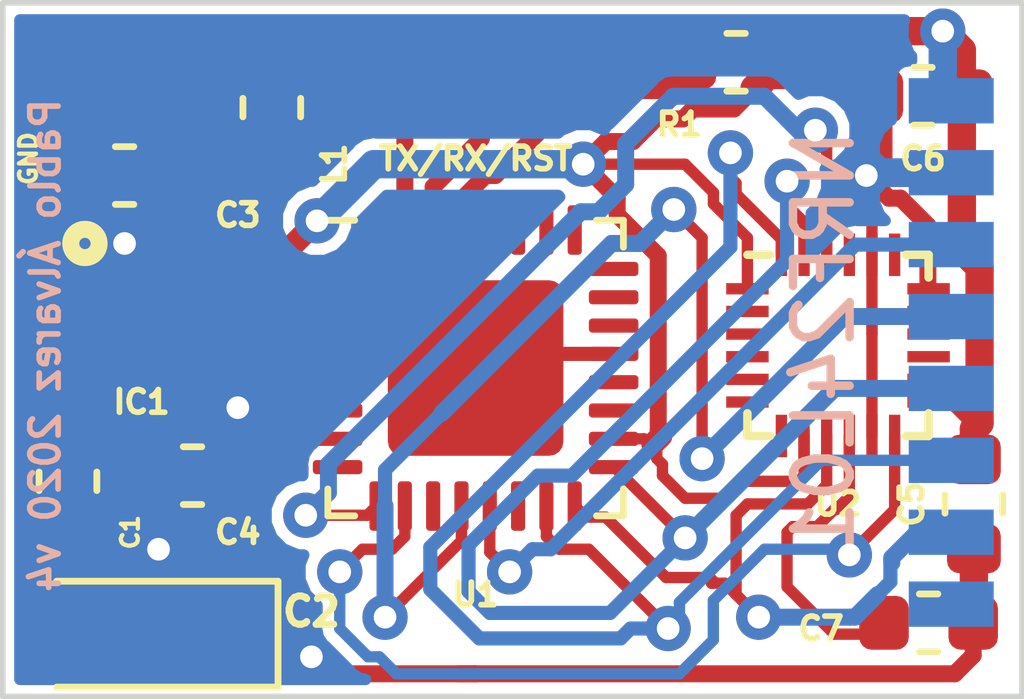
<source format=kicad_pcb>
(kicad_pcb (version 20171130) (host pcbnew "(5.0.2)-1")

  (general
    (thickness 1.6)
    (drawings 5)
    (tracks 335)
    (zones 0)
    (modules 15)
    (nets 16)
  )

  (page A4)
  (layers
    (0 F.Cu signal)
    (31 B.Cu signal)
    (32 B.Adhes user hide)
    (33 F.Adhes user hide)
    (34 B.Paste user hide)
    (35 F.Paste user hide)
    (36 B.SilkS user)
    (37 F.SilkS user)
    (38 B.Mask user hide)
    (39 F.Mask user hide)
    (40 Dwgs.User user hide)
    (41 Cmts.User user hide)
    (42 Eco1.User user hide)
    (43 Eco2.User user hide)
    (44 Edge.Cuts user)
    (45 Margin user hide)
    (46 B.CrtYd user hide)
    (47 F.CrtYd user hide)
    (48 B.Fab user hide)
    (49 F.Fab user hide)
  )

  (setup
    (last_trace_width 0.25)
    (user_trace_width 0.2)
    (user_trace_width 0.3)
    (user_trace_width 0.4)
    (user_trace_width 0.5)
    (user_trace_width 0.7)
    (trace_clearance 0.2)
    (zone_clearance 0.508)
    (zone_45_only no)
    (trace_min 0.2)
    (segment_width 0.2)
    (edge_width 0.1)
    (via_size 0.8)
    (via_drill 0.4)
    (via_min_size 0.4)
    (via_min_drill 0.3)
    (uvia_size 0.3)
    (uvia_drill 0.1)
    (uvias_allowed no)
    (uvia_min_size 0.2)
    (uvia_min_drill 0.1)
    (pcb_text_width 0.3)
    (pcb_text_size 1.5 1.5)
    (mod_edge_width 0.15)
    (mod_text_size 1 1)
    (mod_text_width 0.15)
    (pad_size 1.5 1.5)
    (pad_drill 0.6)
    (pad_to_mask_clearance 0)
    (solder_mask_min_width 0.25)
    (aux_axis_origin 0 0)
    (visible_elements 7FFFFFFF)
    (pcbplotparams
      (layerselection 0x010f0_ffffffff)
      (usegerberextensions false)
      (usegerberattributes false)
      (usegerberadvancedattributes false)
      (creategerberjobfile false)
      (excludeedgelayer true)
      (linewidth 0.100000)
      (plotframeref false)
      (viasonmask false)
      (mode 1)
      (useauxorigin false)
      (hpglpennumber 1)
      (hpglpenspeed 20)
      (hpglpendiameter 15.000000)
      (psnegative false)
      (psa4output false)
      (plotreference true)
      (plotvalue true)
      (plotinvisibletext false)
      (padsonsilk false)
      (subtractmaskfromsilk false)
      (outputformat 1)
      (mirror false)
      (drillshape 0)
      (scaleselection 1)
      (outputdirectory "GERBER/"))
  )

  (net 0 "")
  (net 1 Earth)
  (net 2 VCC)
  (net 3 /SCK)
  (net 4 /MOSI)
  (net 5 /MISO)
  (net 6 /CE_R)
  (net 7 /CSN)
  (net 8 RX)
  (net 9 TX)
  (net 10 RES)
  (net 11 +3V3)
  (net 12 "Net-(IC1-Pad5)")
  (net 13 "Net-(C7-Pad1)")
  (net 14 /CE_I)
  (net 15 INT)

  (net_class Default "Esta es la clase de red por defecto."
    (clearance 0.2)
    (trace_width 0.25)
    (via_dia 0.8)
    (via_drill 0.4)
    (uvia_dia 0.3)
    (uvia_drill 0.1)
    (add_net +3V3)
    (add_net /CE_I)
    (add_net /CE_R)
    (add_net /CSN)
    (add_net /MISO)
    (add_net /MOSI)
    (add_net /SCK)
    (add_net Earth)
    (add_net INT)
    (add_net "Net-(C7-Pad1)")
    (add_net "Net-(IC1-Pad5)")
    (add_net RES)
    (add_net RX)
    (add_net TX)
    (add_net VCC)
  )

  (module Package_DFN_QFN:QFN-24_3x3mm_P0.4mm (layer F.Cu) (tedit 5E2C65AB) (tstamp 5E45A7C4)
    (at 132 92.8)
    (descr "24-Lead Plastic QFN (3mm x 3mm); Pitch 0.4mm")
    (tags "QFN 0.4")
    (path /5E2CBAFE)
    (attr smd)
    (fp_text reference U2 (at 0 2.8) (layer F.SilkS)
      (effects (font (size 0.4 0.4) (thickness 0.1)))
    )
    (fp_text value MPU-9250 (at 0 3.25) (layer F.Fab)
      (effects (font (size 1 1) (thickness 0.15)))
    )
    (fp_line (start -1.6 -1.6) (end -1.2 -1.6) (layer F.SilkS) (width 0.15))
    (fp_line (start 1.6 -1.6) (end 1.2 -1.6) (layer F.SilkS) (width 0.15))
    (fp_line (start 1.6 -1.6) (end 1.6 -1.2) (layer F.SilkS) (width 0.15))
    (fp_line (start 1.6 1.6) (end 1.2 1.6) (layer F.SilkS) (width 0.15))
    (fp_line (start 1.6 1.6) (end 1.6 1.2) (layer F.SilkS) (width 0.15))
    (fp_line (start -1.6 1.6) (end -1.2 1.6) (layer F.SilkS) (width 0.15))
    (fp_line (start -1.6 1.6) (end -1.6 1.2) (layer F.SilkS) (width 0.15))
    (fp_line (start -2.05 -2.05) (end 2.05 -2.05) (layer F.CrtYd) (width 0.05))
    (fp_line (start -2.05 2.05) (end -2.05 -2.05) (layer F.CrtYd) (width 0.05))
    (fp_line (start 2.05 2.05) (end -2.05 2.05) (layer F.CrtYd) (width 0.05))
    (fp_line (start 2.05 -2.05) (end 2.05 2.05) (layer F.CrtYd) (width 0.05))
    (fp_line (start -1.5 -0.5) (end -0.5 -1.5) (layer F.Fab) (width 0.15))
    (fp_line (start -1.5 1.5) (end -1.5 -0.5) (layer F.Fab) (width 0.15))
    (fp_line (start 1.5 1.5) (end -1.5 1.5) (layer F.Fab) (width 0.15))
    (fp_line (start 1.5 -1.5) (end 1.5 1.5) (layer F.Fab) (width 0.15))
    (fp_line (start -0.5 -1.5) (end 1.5 -1.5) (layer F.Fab) (width 0.15))
    (fp_text user %R (at 0 0) (layer F.Fab)
      (effects (font (size 0.7 0.7) (thickness 0.105)))
    )
    (pad 24 smd rect (at -1 -1.6 90) (size 0.75 0.2) (layers F.Cu F.Paste F.Mask)
      (net 4 /MOSI))
    (pad 23 smd rect (at -0.6 -1.6 90) (size 0.75 0.2) (layers F.Cu F.Paste F.Mask)
      (net 3 /SCK))
    (pad 22 smd rect (at -0.2 -1.6 90) (size 0.75 0.2) (layers F.Cu F.Paste F.Mask)
      (net 14 /CE_I))
    (pad 21 smd rect (at 0.2 -1.6 90) (size 0.75 0.2) (layers F.Cu F.Paste F.Mask))
    (pad 20 smd rect (at 0.6 -1.6 90) (size 0.75 0.2) (layers F.Cu F.Paste F.Mask)
      (net 1 Earth))
    (pad 19 smd rect (at 1 -1.6 90) (size 0.75 0.2) (layers F.Cu F.Paste F.Mask))
    (pad 18 smd rect (at 1.6 -1) (size 0.75 0.2) (layers F.Cu F.Paste F.Mask)
      (net 1 Earth))
    (pad 17 smd rect (at 1.6 -0.6) (size 0.75 0.2) (layers F.Cu F.Paste F.Mask))
    (pad 16 smd rect (at 1.6 -0.2) (size 0.75 0.2) (layers F.Cu F.Paste F.Mask))
    (pad 15 smd rect (at 1.6 0.2) (size 0.75 0.2) (layers F.Cu F.Paste F.Mask))
    (pad 14 smd rect (at 1.6 0.6) (size 0.75 0.2) (layers F.Cu F.Paste F.Mask))
    (pad 13 smd rect (at 1.6 1) (size 0.75 0.2) (layers F.Cu F.Paste F.Mask)
      (net 11 +3V3))
    (pad 12 smd rect (at 1 1.6 90) (size 0.75 0.2) (layers F.Cu F.Paste F.Mask)
      (net 15 INT))
    (pad 11 smd rect (at 0.6 1.6 90) (size 0.75 0.2) (layers F.Cu F.Paste F.Mask)
      (net 1 Earth))
    (pad 10 smd rect (at 0.2 1.6 90) (size 0.75 0.2) (layers F.Cu F.Paste F.Mask)
      (net 13 "Net-(C7-Pad1)"))
    (pad 9 smd rect (at -0.2 1.6 90) (size 0.75 0.2) (layers F.Cu F.Paste F.Mask)
      (net 5 /MISO))
    (pad 8 smd rect (at -0.6 1.6 90) (size 0.75 0.2) (layers F.Cu F.Paste F.Mask)
      (net 11 +3V3))
    (pad 7 smd rect (at -1 1.6 90) (size 0.75 0.2) (layers F.Cu F.Paste F.Mask))
    (pad 6 smd rect (at -1.6 1) (size 0.75 0.2) (layers F.Cu F.Paste F.Mask))
    (pad 5 smd rect (at -1.6 0.6) (size 0.75 0.2) (layers F.Cu F.Paste F.Mask))
    (pad 4 smd rect (at -1.6 0.2) (size 0.75 0.2) (layers F.Cu F.Paste F.Mask))
    (pad 3 smd rect (at -1.6 -0.2) (size 0.75 0.2) (layers F.Cu F.Paste F.Mask))
    (pad 2 smd rect (at -1.6 -0.6) (size 0.75 0.2) (layers F.Cu F.Paste F.Mask))
    (pad 1 smd rect (at -1.6 -1) (size 0.75 0.2) (layers F.Cu F.Paste F.Mask)
      (net 11 +3V3))
    (model ${KISYS3DMOD}/Package_DFN_QFN.3dshapes/QFN-24_3x3mm_P0.4mm.wrl
      (at (xyz 0 0 0))
      (scale (xyz 1 1 1))
      (rotate (xyz 0 0 0))
    )
  )

  (module Capacitor_SMD:C_0603_1608Metric (layer F.Cu) (tedit 5CD533E5) (tstamp 5CC18A1F)
    (at 118.4 95.2 270)
    (descr "Capacitor SMD 0603 (1608 Metric), square (rectangular) end terminal, IPC_7351 nominal, (Body size source: http://www.tortai-tech.com/upload/download/2011102023233369053.pdf), generated with kicad-footprint-generator")
    (tags capacitor)
    (path /5C83D4BE)
    (attr smd)
    (fp_text reference C1 (at 0.9 -1.1 270) (layer F.SilkS)
      (effects (font (size 0.3 0.3) (thickness 0.075)))
    )
    (fp_text value 0.1uF (at 0 1.43 270) (layer F.Fab)
      (effects (font (size 1 1) (thickness 0.15)))
    )
    (fp_text user %R (at 0 0 270) (layer F.Fab)
      (effects (font (size 0.4 0.4) (thickness 0.06)))
    )
    (fp_line (start 1.48 0.73) (end -1.48 0.73) (layer F.CrtYd) (width 0.05))
    (fp_line (start 1.48 -0.73) (end 1.48 0.73) (layer F.CrtYd) (width 0.05))
    (fp_line (start -1.48 -0.73) (end 1.48 -0.73) (layer F.CrtYd) (width 0.05))
    (fp_line (start -1.48 0.73) (end -1.48 -0.73) (layer F.CrtYd) (width 0.05))
    (fp_line (start -0.162779 0.51) (end 0.162779 0.51) (layer F.SilkS) (width 0.12))
    (fp_line (start -0.162779 -0.51) (end 0.162779 -0.51) (layer F.SilkS) (width 0.12))
    (fp_line (start 0.8 0.4) (end -0.8 0.4) (layer F.Fab) (width 0.1))
    (fp_line (start 0.8 -0.4) (end 0.8 0.4) (layer F.Fab) (width 0.1))
    (fp_line (start -0.8 -0.4) (end 0.8 -0.4) (layer F.Fab) (width 0.1))
    (fp_line (start -0.8 0.4) (end -0.8 -0.4) (layer F.Fab) (width 0.1))
    (pad 2 smd roundrect (at 0.7875 0 270) (size 0.875 0.95) (layers F.Cu F.Paste F.Mask) (roundrect_rratio 0.25)
      (net 1 Earth))
    (pad 1 smd roundrect (at -0.7875 0 270) (size 0.875 0.95) (layers F.Cu F.Paste F.Mask) (roundrect_rratio 0.25)
      (net 11 +3V3))
    (model ${KISYS3DMOD}/Capacitor_SMD.3dshapes/C_0603_1608Metric.wrl
      (at (xyz 0 0 0))
      (scale (xyz 1 1 1))
      (rotate (xyz 0 0 0))
    )
  )

  (module Capacitor_Tantalum_SMD:CP_EIA-3216-18_Kemet-A (layer F.Cu) (tedit 5CD53488) (tstamp 5CC18A32)
    (at 119.8 97.9 180)
    (descr "Tantalum Capacitor SMD Kemet-A (3216-18 Metric), IPC_7351 nominal, (Body size from: http://www.kemet.com/Lists/ProductCatalog/Attachments/253/KEM_TC101_STD.pdf), generated with kicad-footprint-generator")
    (tags "capacitor tantalum")
    (path /5C83D566)
    (attr smd)
    (fp_text reference C2 (at -2.9 0.4) (layer F.SilkS)
      (effects (font (size 0.5 0.5) (thickness 0.125)))
    )
    (fp_text value 4.7uF (at 0 1.75 180) (layer F.Fab)
      (effects (font (size 1 1) (thickness 0.15)))
    )
    (fp_line (start 1.6 -0.8) (end -1.2 -0.8) (layer F.Fab) (width 0.1))
    (fp_line (start -1.2 -0.8) (end -1.6 -0.4) (layer F.Fab) (width 0.1))
    (fp_line (start -1.6 -0.4) (end -1.6 0.8) (layer F.Fab) (width 0.1))
    (fp_line (start -1.6 0.8) (end 1.6 0.8) (layer F.Fab) (width 0.1))
    (fp_line (start 1.6 0.8) (end 1.6 -0.8) (layer F.Fab) (width 0.1))
    (fp_line (start 1.6 -0.935) (end -2.31 -0.935) (layer F.SilkS) (width 0.12))
    (fp_line (start -2.31 -0.935) (end -2.31 0.935) (layer F.SilkS) (width 0.12))
    (fp_line (start -2.31 0.935) (end 1.6 0.935) (layer F.SilkS) (width 0.12))
    (fp_line (start -2.3 1.05) (end -2.3 -1.05) (layer F.CrtYd) (width 0.05))
    (fp_line (start -2.3 -1.05) (end 2.3 -1.05) (layer F.CrtYd) (width 0.05))
    (fp_line (start 2.3 -1.05) (end 2.3 1.05) (layer F.CrtYd) (width 0.05))
    (fp_line (start 2.3 1.05) (end -2.3 1.05) (layer F.CrtYd) (width 0.05))
    (fp_text user %R (at 0 0 180) (layer F.Fab)
      (effects (font (size 0.8 0.8) (thickness 0.12)))
    )
    (pad 1 smd roundrect (at -1.35 0 180) (size 1.4 1.35) (layers F.Cu F.Paste F.Mask) (roundrect_rratio 0.185185)
      (net 11 +3V3))
    (pad 2 smd roundrect (at 1.35 0 180) (size 1.4 1.35) (layers F.Cu F.Paste F.Mask) (roundrect_rratio 0.185185)
      (net 1 Earth))
    (model ${KISYS3DMOD}/Capacitor_Tantalum_SMD.3dshapes/CP_EIA-3216-18_Kemet-A.wrl
      (at (xyz 0 0 0))
      (scale (xyz 1 1 1))
      (rotate (xyz 0 0 0))
    )
  )

  (module vamos:ConNRF_3 (layer B.Cu) (tedit 5E2C65F0) (tstamp 5CC18AB5)
    (at 134 92.925 270)
    (path /5C840A85)
    (fp_text reference NRF24L01 (at -0.175 2.25 270) (layer B.SilkS)
      (effects (font (size 1 1) (thickness 0.15)) (justify mirror))
    )
    (fp_text value "Módulo NRF24L01" (at 0 0.5 270) (layer B.Fab)
      (effects (font (size 1 1) (thickness 0.15)) (justify mirror))
    )
    (pad 5 smd rect (at 0.635 0 180) (size 1.5 0.8) (layers *.Paste B.Cu B.Mask)
      (net 3 /SCK))
    (pad 6 smd rect (at 1.905 0 180) (size 1.5 0.8) (layers B.Cu B.Paste B.Mask)
      (net 4 /MOSI))
    (pad 8 smd rect (at 4.445 0 180) (size 1.5 0.8) (layers B.Cu B.Paste B.Mask))
    (pad 7 smd rect (at 3.175 0 180) (size 1.5 0.8) (layers B.Cu B.Paste B.Mask)
      (net 5 /MISO))
    (pad 3 smd rect (at -1.905 0 180) (size 1.5 0.8) (layers B.Cu B.Paste B.Mask)
      (net 6 /CE_R))
    (pad 4 smd rect (at -0.635 0 180) (size 1.5 0.8) (layers B.Cu B.Paste B.Mask)
      (net 7 /CSN))
    (pad 2 smd rect (at -3.175 0 180) (size 1.5 0.8) (layers B.Cu B.Paste B.Mask)
      (net 1 Earth))
    (pad 1 smd rect (at -4.445 0 180) (size 1.5 0.8) (layers B.Cu B.Paste B.Mask)
      (net 11 +3V3))
  )

  (module vamos:ConPRG (layer F.Cu) (tedit 5E2C65D4) (tstamp 5CC18ABC)
    (at 125.7 88.1)
    (path /5C83F1E4)
    (fp_text reference TX/RX/RST (at -0.1 1.4) (layer F.SilkS)
      (effects (font (size 0.4 0.4) (thickness 0.1)))
    )
    (fp_text value Conn_01x03_Female (at 0 -0.5) (layer F.Fab)
      (effects (font (size 1 1) (thickness 0.15)))
    )
    (pad 2 smd rect (at 0 0 90) (size 1.5 1.2) (layers *.Paste F.Cu F.Mask)
      (net 8 RX))
    (pad 1 smd rect (at -1.8 0 90) (size 1.5 1.2) (layers *.Paste F.Cu F.Mask)
      (net 9 TX))
    (pad 3 smd rect (at 1.8 0 90) (size 1.5 1.2) (layers *.Paste F.Cu F.Mask)
      (net 10 RES))
  )

  (module vamos:ConBAT (layer F.Cu) (tedit 5E2C6501) (tstamp 5CC18AC2)
    (at 119.2 88 180)
    (path /5C842791)
    (fp_text reference GND (at 1.5 -1.5 90) (layer F.SilkS)
      (effects (font (size 0.3 0.3) (thickness 0.075)))
    )
    (fp_text value Conn_01x02_Female (at 0 -0.5 180) (layer F.Fab)
      (effects (font (size 1 1) (thickness 0.15)))
    )
    (pad 2 smd rect (at 0.9 0 270) (size 1.5 1.2) (layers *.Paste F.Cu F.Mask)
      (net 1 Earth))
    (pad 1 smd rect (at -0.9 0 270) (size 1.5 1.2) (layers *.Paste F.Cu F.Mask)
      (net 2 VCC))
  )

  (module Resistor_SMD:R_0603_1608Metric (layer F.Cu) (tedit 5E2C655E) (tstamp 5CC18AE4)
    (at 130.2 87.8 180)
    (descr "Resistor SMD 0603 (1608 Metric), square (rectangular) end terminal, IPC_7351 nominal, (Body size source: http://www.tortai-tech.com/upload/download/2011102023233369053.pdf), generated with kicad-footprint-generator")
    (tags resistor)
    (path /5C83DB80)
    (attr smd)
    (fp_text reference R1 (at 1 -1.1) (layer F.SilkS)
      (effects (font (size 0.4 0.4) (thickness 0.1)))
    )
    (fp_text value 10K (at 0 1.43 180) (layer F.Fab)
      (effects (font (size 1 1) (thickness 0.15)))
    )
    (fp_line (start -0.8 0.4) (end -0.8 -0.4) (layer F.Fab) (width 0.1))
    (fp_line (start -0.8 -0.4) (end 0.8 -0.4) (layer F.Fab) (width 0.1))
    (fp_line (start 0.8 -0.4) (end 0.8 0.4) (layer F.Fab) (width 0.1))
    (fp_line (start 0.8 0.4) (end -0.8 0.4) (layer F.Fab) (width 0.1))
    (fp_line (start -0.162779 -0.51) (end 0.162779 -0.51) (layer F.SilkS) (width 0.12))
    (fp_line (start -0.162779 0.51) (end 0.162779 0.51) (layer F.SilkS) (width 0.12))
    (fp_line (start -1.48 0.73) (end -1.48 -0.73) (layer F.CrtYd) (width 0.05))
    (fp_line (start -1.48 -0.73) (end 1.48 -0.73) (layer F.CrtYd) (width 0.05))
    (fp_line (start 1.48 -0.73) (end 1.48 0.73) (layer F.CrtYd) (width 0.05))
    (fp_line (start 1.48 0.73) (end -1.48 0.73) (layer F.CrtYd) (width 0.05))
    (fp_text user %R (at 0 0 180) (layer F.Fab)
      (effects (font (size 0.4 0.4) (thickness 0.06)))
    )
    (pad 1 smd roundrect (at -0.7875 0 180) (size 0.875 0.95) (layers F.Cu F.Paste F.Mask) (roundrect_rratio 0.25)
      (net 11 +3V3))
    (pad 2 smd roundrect (at 0.7875 0 180) (size 0.875 0.95) (layers F.Cu F.Paste F.Mask) (roundrect_rratio 0.25)
      (net 10 RES))
    (model ${KISYS3DMOD}/Resistor_SMD.3dshapes/R_0603_1608Metric.wrl
      (at (xyz 0 0 0))
      (scale (xyz 1 1 1))
      (rotate (xyz 0 0 0))
    )
  )

  (module Capacitor_SMD:C_0603_1608Metric (layer F.Cu) (tedit 5E2C64AB) (tstamp 5E45A39F)
    (at 119.4 89.8 180)
    (descr "Capacitor SMD 0603 (1608 Metric), square (rectangular) end terminal, IPC_7351 nominal, (Body size source: http://www.tortai-tech.com/upload/download/2011102023233369053.pdf), generated with kicad-footprint-generator")
    (tags capacitor)
    (path /5E2C2F8D)
    (attr smd)
    (fp_text reference C3 (at -2 -0.7 180) (layer F.SilkS)
      (effects (font (size 0.4 0.4) (thickness 0.1)))
    )
    (fp_text value 10uF (at 0 1.43 180) (layer F.Fab)
      (effects (font (size 1 1) (thickness 0.15)))
    )
    (fp_text user %R (at 0 0 180) (layer F.Fab)
      (effects (font (size 0.4 0.4) (thickness 0.06)))
    )
    (fp_line (start 1.48 0.73) (end -1.48 0.73) (layer F.CrtYd) (width 0.05))
    (fp_line (start 1.48 -0.73) (end 1.48 0.73) (layer F.CrtYd) (width 0.05))
    (fp_line (start -1.48 -0.73) (end 1.48 -0.73) (layer F.CrtYd) (width 0.05))
    (fp_line (start -1.48 0.73) (end -1.48 -0.73) (layer F.CrtYd) (width 0.05))
    (fp_line (start -0.162779 0.51) (end 0.162779 0.51) (layer F.SilkS) (width 0.12))
    (fp_line (start -0.162779 -0.51) (end 0.162779 -0.51) (layer F.SilkS) (width 0.12))
    (fp_line (start 0.8 0.4) (end -0.8 0.4) (layer F.Fab) (width 0.1))
    (fp_line (start 0.8 -0.4) (end 0.8 0.4) (layer F.Fab) (width 0.1))
    (fp_line (start -0.8 -0.4) (end 0.8 -0.4) (layer F.Fab) (width 0.1))
    (fp_line (start -0.8 0.4) (end -0.8 -0.4) (layer F.Fab) (width 0.1))
    (pad 2 smd roundrect (at 0.7875 0 180) (size 0.875 0.95) (layers F.Cu F.Paste F.Mask) (roundrect_rratio 0.25)
      (net 1 Earth))
    (pad 1 smd roundrect (at -0.7875 0 180) (size 0.875 0.95) (layers F.Cu F.Paste F.Mask) (roundrect_rratio 0.25)
      (net 2 VCC))
    (model ${KISYS3DMOD}/Capacitor_SMD.3dshapes/C_0603_1608Metric.wrl
      (at (xyz 0 0 0))
      (scale (xyz 1 1 1))
      (rotate (xyz 0 0 0))
    )
  )

  (module Capacitor_SMD:C_0603_1608Metric (layer F.Cu) (tedit 5E2C6541) (tstamp 5E45A3B0)
    (at 120.6 95.1 180)
    (descr "Capacitor SMD 0603 (1608 Metric), square (rectangular) end terminal, IPC_7351 nominal, (Body size source: http://www.tortai-tech.com/upload/download/2011102023233369053.pdf), generated with kicad-footprint-generator")
    (tags capacitor)
    (path /5E2D220F)
    (attr smd)
    (fp_text reference C4 (at -0.8 -1 180) (layer F.SilkS)
      (effects (font (size 0.4 0.4) (thickness 0.1)))
    )
    (fp_text value 10uF (at 0 1.43 180) (layer F.Fab)
      (effects (font (size 1 1) (thickness 0.15)))
    )
    (fp_line (start -0.8 0.4) (end -0.8 -0.4) (layer F.Fab) (width 0.1))
    (fp_line (start -0.8 -0.4) (end 0.8 -0.4) (layer F.Fab) (width 0.1))
    (fp_line (start 0.8 -0.4) (end 0.8 0.4) (layer F.Fab) (width 0.1))
    (fp_line (start 0.8 0.4) (end -0.8 0.4) (layer F.Fab) (width 0.1))
    (fp_line (start -0.162779 -0.51) (end 0.162779 -0.51) (layer F.SilkS) (width 0.12))
    (fp_line (start -0.162779 0.51) (end 0.162779 0.51) (layer F.SilkS) (width 0.12))
    (fp_line (start -1.48 0.73) (end -1.48 -0.73) (layer F.CrtYd) (width 0.05))
    (fp_line (start -1.48 -0.73) (end 1.48 -0.73) (layer F.CrtYd) (width 0.05))
    (fp_line (start 1.48 -0.73) (end 1.48 0.73) (layer F.CrtYd) (width 0.05))
    (fp_line (start 1.48 0.73) (end -1.48 0.73) (layer F.CrtYd) (width 0.05))
    (fp_text user %R (at 0 0 180) (layer F.Fab)
      (effects (font (size 0.4 0.4) (thickness 0.06)))
    )
    (pad 1 smd roundrect (at -0.7875 0 180) (size 0.875 0.95) (layers F.Cu F.Paste F.Mask) (roundrect_rratio 0.25)
      (net 11 +3V3))
    (pad 2 smd roundrect (at 0.7875 0 180) (size 0.875 0.95) (layers F.Cu F.Paste F.Mask) (roundrect_rratio 0.25)
      (net 1 Earth))
    (model ${KISYS3DMOD}/Capacitor_SMD.3dshapes/C_0603_1608Metric.wrl
      (at (xyz 0 0 0))
      (scale (xyz 1 1 1))
      (rotate (xyz 0 0 0))
    )
  )

  (module Capacitor_SMD:C_0603_1608Metric (layer F.Cu) (tedit 5E2C6583) (tstamp 5E45A3C1)
    (at 134.4 95.6 270)
    (descr "Capacitor SMD 0603 (1608 Metric), square (rectangular) end terminal, IPC_7351 nominal, (Body size source: http://www.tortai-tech.com/upload/download/2011102023233369053.pdf), generated with kicad-footprint-generator")
    (tags capacitor)
    (path /5E2E253B)
    (attr smd)
    (fp_text reference C5 (at 0 1.1 90) (layer F.SilkS)
      (effects (font (size 0.4 0.4) (thickness 0.1)))
    )
    (fp_text value 0.1uF (at 0 1.43 270) (layer F.Fab)
      (effects (font (size 1 1) (thickness 0.15)))
    )
    (fp_text user %R (at 0 0 270) (layer F.Fab)
      (effects (font (size 0.4 0.4) (thickness 0.06)))
    )
    (fp_line (start 1.48 0.73) (end -1.48 0.73) (layer F.CrtYd) (width 0.05))
    (fp_line (start 1.48 -0.73) (end 1.48 0.73) (layer F.CrtYd) (width 0.05))
    (fp_line (start -1.48 -0.73) (end 1.48 -0.73) (layer F.CrtYd) (width 0.05))
    (fp_line (start -1.48 0.73) (end -1.48 -0.73) (layer F.CrtYd) (width 0.05))
    (fp_line (start -0.162779 0.51) (end 0.162779 0.51) (layer F.SilkS) (width 0.12))
    (fp_line (start -0.162779 -0.51) (end 0.162779 -0.51) (layer F.SilkS) (width 0.12))
    (fp_line (start 0.8 0.4) (end -0.8 0.4) (layer F.Fab) (width 0.1))
    (fp_line (start 0.8 -0.4) (end 0.8 0.4) (layer F.Fab) (width 0.1))
    (fp_line (start -0.8 -0.4) (end 0.8 -0.4) (layer F.Fab) (width 0.1))
    (fp_line (start -0.8 0.4) (end -0.8 -0.4) (layer F.Fab) (width 0.1))
    (pad 2 smd roundrect (at 0.7875 0 270) (size 0.875 0.95) (layers F.Cu F.Paste F.Mask) (roundrect_rratio 0.25)
      (net 1 Earth))
    (pad 1 smd roundrect (at -0.7875 0 270) (size 0.875 0.95) (layers F.Cu F.Paste F.Mask) (roundrect_rratio 0.25)
      (net 11 +3V3))
    (model ${KISYS3DMOD}/Capacitor_SMD.3dshapes/C_0603_1608Metric.wrl
      (at (xyz 0 0 0))
      (scale (xyz 1 1 1))
      (rotate (xyz 0 0 0))
    )
  )

  (module Capacitor_SMD:C_0603_1608Metric (layer F.Cu) (tedit 5E2C659C) (tstamp 5E45A3D2)
    (at 133.5 88.4 180)
    (descr "Capacitor SMD 0603 (1608 Metric), square (rectangular) end terminal, IPC_7351 nominal, (Body size source: http://www.tortai-tech.com/upload/download/2011102023233369053.pdf), generated with kicad-footprint-generator")
    (tags capacitor)
    (path /5E2E2589)
    (attr smd)
    (fp_text reference C6 (at 0 -1.1 180) (layer F.SilkS)
      (effects (font (size 0.4 0.4) (thickness 0.1)))
    )
    (fp_text value 10nF (at 0 1.43 180) (layer F.Fab)
      (effects (font (size 1 1) (thickness 0.15)))
    )
    (fp_line (start -0.8 0.4) (end -0.8 -0.4) (layer F.Fab) (width 0.1))
    (fp_line (start -0.8 -0.4) (end 0.8 -0.4) (layer F.Fab) (width 0.1))
    (fp_line (start 0.8 -0.4) (end 0.8 0.4) (layer F.Fab) (width 0.1))
    (fp_line (start 0.8 0.4) (end -0.8 0.4) (layer F.Fab) (width 0.1))
    (fp_line (start -0.162779 -0.51) (end 0.162779 -0.51) (layer F.SilkS) (width 0.12))
    (fp_line (start -0.162779 0.51) (end 0.162779 0.51) (layer F.SilkS) (width 0.12))
    (fp_line (start -1.48 0.73) (end -1.48 -0.73) (layer F.CrtYd) (width 0.05))
    (fp_line (start -1.48 -0.73) (end 1.48 -0.73) (layer F.CrtYd) (width 0.05))
    (fp_line (start 1.48 -0.73) (end 1.48 0.73) (layer F.CrtYd) (width 0.05))
    (fp_line (start 1.48 0.73) (end -1.48 0.73) (layer F.CrtYd) (width 0.05))
    (fp_text user %R (at 0 0 180) (layer F.Fab)
      (effects (font (size 0.4 0.4) (thickness 0.06)))
    )
    (pad 1 smd roundrect (at -0.7875 0 180) (size 0.875 0.95) (layers F.Cu F.Paste F.Mask) (roundrect_rratio 0.25)
      (net 11 +3V3))
    (pad 2 smd roundrect (at 0.7875 0 180) (size 0.875 0.95) (layers F.Cu F.Paste F.Mask) (roundrect_rratio 0.25)
      (net 1 Earth))
    (model ${KISYS3DMOD}/Capacitor_SMD.3dshapes/C_0603_1608Metric.wrl
      (at (xyz 0 0 0))
      (scale (xyz 1 1 1))
      (rotate (xyz 0 0 0))
    )
  )

  (module Capacitor_SMD:C_0603_1608Metric (layer F.Cu) (tedit 5E2C6576) (tstamp 5E45A3E3)
    (at 133.6 97.7)
    (descr "Capacitor SMD 0603 (1608 Metric), square (rectangular) end terminal, IPC_7351 nominal, (Body size source: http://www.tortai-tech.com/upload/download/2011102023233369053.pdf), generated with kicad-footprint-generator")
    (tags capacitor)
    (path /5E2D0150)
    (attr smd)
    (fp_text reference C7 (at -1.9 0.1) (layer F.SilkS)
      (effects (font (size 0.4 0.4) (thickness 0.1)))
    )
    (fp_text value 0.1uF (at 0 1.43) (layer F.Fab)
      (effects (font (size 1 1) (thickness 0.15)))
    )
    (fp_line (start -0.8 0.4) (end -0.8 -0.4) (layer F.Fab) (width 0.1))
    (fp_line (start -0.8 -0.4) (end 0.8 -0.4) (layer F.Fab) (width 0.1))
    (fp_line (start 0.8 -0.4) (end 0.8 0.4) (layer F.Fab) (width 0.1))
    (fp_line (start 0.8 0.4) (end -0.8 0.4) (layer F.Fab) (width 0.1))
    (fp_line (start -0.162779 -0.51) (end 0.162779 -0.51) (layer F.SilkS) (width 0.12))
    (fp_line (start -0.162779 0.51) (end 0.162779 0.51) (layer F.SilkS) (width 0.12))
    (fp_line (start -1.48 0.73) (end -1.48 -0.73) (layer F.CrtYd) (width 0.05))
    (fp_line (start -1.48 -0.73) (end 1.48 -0.73) (layer F.CrtYd) (width 0.05))
    (fp_line (start 1.48 -0.73) (end 1.48 0.73) (layer F.CrtYd) (width 0.05))
    (fp_line (start 1.48 0.73) (end -1.48 0.73) (layer F.CrtYd) (width 0.05))
    (fp_text user %R (at 0 0) (layer F.Fab)
      (effects (font (size 0.4 0.4) (thickness 0.06)))
    )
    (pad 1 smd roundrect (at -0.7875 0) (size 0.875 0.95) (layers F.Cu F.Paste F.Mask) (roundrect_rratio 0.25)
      (net 13 "Net-(C7-Pad1)"))
    (pad 2 smd roundrect (at 0.7875 0) (size 0.875 0.95) (layers F.Cu F.Paste F.Mask) (roundrect_rratio 0.25)
      (net 1 Earth))
    (model ${KISYS3DMOD}/Capacitor_SMD.3dshapes/C_0603_1608Metric.wrl
      (at (xyz 0 0 0))
      (scale (xyz 1 1 1))
      (rotate (xyz 0 0 0))
    )
  )

  (module vamos:TLV61225 (layer F.Cu) (tedit 5E2C6514) (tstamp 5E45A3EE)
    (at 119.6 92.4 270)
    (path /5E2B4BCC)
    (fp_text reference IC1 (at 1.4 -0.1) (layer F.SilkS)
      (effects (font (size 0.4 0.4) (thickness 0.1)))
    )
    (fp_text value TLV61225 (at 0 -3 270) (layer F.Fab)
      (effects (font (size 1 1) (thickness 0.15)))
    )
    (fp_circle (center -1.4 0.9) (end -1.3 0.9) (layer F.SilkS) (width 0.3))
    (pad 1 smd rect (at -0.65 1.1 270) (size 0.45 0.95) (layers F.Cu F.Paste F.Mask)
      (net 2 VCC))
    (pad 2 smd rect (at 0 1.1 270) (size 0.45 0.95) (layers F.Cu F.Paste F.Mask)
      (net 11 +3V3))
    (pad 3 smd rect (at 0.65 1.1 270) (size 0.45 0.95) (layers F.Cu F.Paste F.Mask)
      (net 1 Earth))
    (pad 6 smd rect (at -0.65 -1.1 270) (size 0.45 0.95) (layers F.Cu F.Paste F.Mask)
      (net 2 VCC))
    (pad 5 smd rect (at 0 -1.1 270) (size 0.45 0.95) (layers F.Cu F.Paste F.Mask)
      (net 12 "Net-(IC1-Pad5)"))
    (pad 4 smd rect (at 0.65 -1.1 270) (size 0.45 0.95) (layers F.Cu F.Paste F.Mask)
      (net 11 +3V3))
  )

  (module Inductor_SMD:L_0603_1608Metric (layer F.Cu) (tedit 5E2C6486) (tstamp 5E45A3FF)
    (at 122 88.6 270)
    (descr "Inductor SMD 0603 (1608 Metric), square (rectangular) end terminal, IPC_7351 nominal, (Body size source: http://www.tortai-tech.com/upload/download/2011102023233369053.pdf), generated with kicad-footprint-generator")
    (tags inductor)
    (path /5E2BC4ED)
    (attr smd)
    (fp_text reference L1 (at 1 -1.1 270) (layer F.SilkS)
      (effects (font (size 0.4 0.4) (thickness 0.1)))
    )
    (fp_text value 4.7uH (at 0 1.43 270) (layer F.Fab)
      (effects (font (size 1 1) (thickness 0.15)))
    )
    (fp_line (start -0.8 0.4) (end -0.8 -0.4) (layer F.Fab) (width 0.1))
    (fp_line (start -0.8 -0.4) (end 0.8 -0.4) (layer F.Fab) (width 0.1))
    (fp_line (start 0.8 -0.4) (end 0.8 0.4) (layer F.Fab) (width 0.1))
    (fp_line (start 0.8 0.4) (end -0.8 0.4) (layer F.Fab) (width 0.1))
    (fp_line (start -0.162779 -0.51) (end 0.162779 -0.51) (layer F.SilkS) (width 0.12))
    (fp_line (start -0.162779 0.51) (end 0.162779 0.51) (layer F.SilkS) (width 0.12))
    (fp_line (start -1.48 0.73) (end -1.48 -0.73) (layer F.CrtYd) (width 0.05))
    (fp_line (start -1.48 -0.73) (end 1.48 -0.73) (layer F.CrtYd) (width 0.05))
    (fp_line (start 1.48 -0.73) (end 1.48 0.73) (layer F.CrtYd) (width 0.05))
    (fp_line (start 1.48 0.73) (end -1.48 0.73) (layer F.CrtYd) (width 0.05))
    (fp_text user %R (at 0 0 270) (layer F.Fab)
      (effects (font (size 0.4 0.4) (thickness 0.06)))
    )
    (pad 1 smd roundrect (at -0.7875 0 270) (size 0.875 0.95) (layers F.Cu F.Paste F.Mask) (roundrect_rratio 0.25)
      (net 2 VCC))
    (pad 2 smd roundrect (at 0.7875 0 270) (size 0.875 0.95) (layers F.Cu F.Paste F.Mask) (roundrect_rratio 0.25)
      (net 12 "Net-(IC1-Pad5)"))
    (model ${KISYS3DMOD}/Inductor_SMD.3dshapes/L_0603_1608Metric.wrl
      (at (xyz 0 0 0))
      (scale (xyz 1 1 1))
      (rotate (xyz 0 0 0))
    )
  )

  (module Package_DFN_QFN:QFN-32-1EP_5x5mm_P0.5mm_EP3.1x3.1mm (layer F.Cu) (tedit 5E2C656C) (tstamp 5E45A43E)
    (at 125.6 93.2)
    (descr "QFN, 32 Pin (http://ww1.microchip.com/downloads/en/DeviceDoc/8008S.pdf (Page 20)), generated with kicad-footprint-generator ipc_dfn_qfn_generator.py")
    (tags "QFN DFN_QFN")
    (path /5E2C34C1)
    (attr smd)
    (fp_text reference U1 (at 0 4) (layer F.SilkS)
      (effects (font (size 0.4 0.4) (thickness 0.1)))
    )
    (fp_text value ATmega328P-MU (at 0 3.82) (layer F.Fab)
      (effects (font (size 1 1) (thickness 0.15)))
    )
    (fp_line (start 2.135 -2.61) (end 2.61 -2.61) (layer F.SilkS) (width 0.12))
    (fp_line (start 2.61 -2.61) (end 2.61 -2.135) (layer F.SilkS) (width 0.12))
    (fp_line (start -2.135 2.61) (end -2.61 2.61) (layer F.SilkS) (width 0.12))
    (fp_line (start -2.61 2.61) (end -2.61 2.135) (layer F.SilkS) (width 0.12))
    (fp_line (start 2.135 2.61) (end 2.61 2.61) (layer F.SilkS) (width 0.12))
    (fp_line (start 2.61 2.61) (end 2.61 2.135) (layer F.SilkS) (width 0.12))
    (fp_line (start -2.135 -2.61) (end -2.61 -2.61) (layer F.SilkS) (width 0.12))
    (fp_line (start -1.5 -2.5) (end 2.5 -2.5) (layer F.Fab) (width 0.1))
    (fp_line (start 2.5 -2.5) (end 2.5 2.5) (layer F.Fab) (width 0.1))
    (fp_line (start 2.5 2.5) (end -2.5 2.5) (layer F.Fab) (width 0.1))
    (fp_line (start -2.5 2.5) (end -2.5 -1.5) (layer F.Fab) (width 0.1))
    (fp_line (start -2.5 -1.5) (end -1.5 -2.5) (layer F.Fab) (width 0.1))
    (fp_line (start -3.12 -3.12) (end -3.12 3.12) (layer F.CrtYd) (width 0.05))
    (fp_line (start -3.12 3.12) (end 3.12 3.12) (layer F.CrtYd) (width 0.05))
    (fp_line (start 3.12 3.12) (end 3.12 -3.12) (layer F.CrtYd) (width 0.05))
    (fp_line (start 3.12 -3.12) (end -3.12 -3.12) (layer F.CrtYd) (width 0.05))
    (fp_text user %R (at 0 0) (layer F.Fab)
      (effects (font (size 1 1) (thickness 0.15)))
    )
    (pad 33 smd roundrect (at 0 0) (size 3.1 3.1) (layers F.Cu F.Mask) (roundrect_rratio 0.08064499999999999)
      (net 1 Earth))
    (pad "" smd roundrect (at -1.03 -1.03) (size 0.83 0.83) (layers F.Paste) (roundrect_rratio 0.25))
    (pad "" smd roundrect (at -1.03 0) (size 0.83 0.83) (layers F.Paste) (roundrect_rratio 0.25))
    (pad "" smd roundrect (at -1.03 1.03) (size 0.83 0.83) (layers F.Paste) (roundrect_rratio 0.25))
    (pad "" smd roundrect (at 0 -1.03) (size 0.83 0.83) (layers F.Paste) (roundrect_rratio 0.25))
    (pad "" smd roundrect (at 0 0) (size 0.83 0.83) (layers F.Paste) (roundrect_rratio 0.25))
    (pad "" smd roundrect (at 0 1.03) (size 0.83 0.83) (layers F.Paste) (roundrect_rratio 0.25))
    (pad "" smd roundrect (at 1.03 -1.03) (size 0.83 0.83) (layers F.Paste) (roundrect_rratio 0.25))
    (pad "" smd roundrect (at 1.03 0) (size 0.83 0.83) (layers F.Paste) (roundrect_rratio 0.25))
    (pad "" smd roundrect (at 1.03 1.03) (size 0.83 0.83) (layers F.Paste) (roundrect_rratio 0.25))
    (pad 1 smd roundrect (at -2.4375 -1.75) (size 0.875 0.25) (layers F.Cu F.Paste F.Mask) (roundrect_rratio 0.25))
    (pad 2 smd roundrect (at -2.4375 -1.25) (size 0.875 0.25) (layers F.Cu F.Paste F.Mask) (roundrect_rratio 0.25))
    (pad 3 smd roundrect (at -2.4375 -0.75) (size 0.875 0.25) (layers F.Cu F.Paste F.Mask) (roundrect_rratio 0.25)
      (net 1 Earth))
    (pad 4 smd roundrect (at -2.4375 -0.25) (size 0.875 0.25) (layers F.Cu F.Paste F.Mask) (roundrect_rratio 0.25)
      (net 11 +3V3))
    (pad 5 smd roundrect (at -2.4375 0.25) (size 0.875 0.25) (layers F.Cu F.Paste F.Mask) (roundrect_rratio 0.25)
      (net 1 Earth))
    (pad 6 smd roundrect (at -2.4375 0.75) (size 0.875 0.25) (layers F.Cu F.Paste F.Mask) (roundrect_rratio 0.25)
      (net 11 +3V3))
    (pad 7 smd roundrect (at -2.4375 1.25) (size 0.875 0.25) (layers F.Cu F.Paste F.Mask) (roundrect_rratio 0.25))
    (pad 8 smd roundrect (at -2.4375 1.75) (size 0.875 0.25) (layers F.Cu F.Paste F.Mask) (roundrect_rratio 0.25))
    (pad 9 smd roundrect (at -1.75 2.4375) (size 0.25 0.875) (layers F.Cu F.Paste F.Mask) (roundrect_rratio 0.25)
      (net 14 /CE_I))
    (pad 10 smd roundrect (at -1.25 2.4375) (size 0.25 0.875) (layers F.Cu F.Paste F.Mask) (roundrect_rratio 0.25)
      (net 15 INT))
    (pad 11 smd roundrect (at -0.75 2.4375) (size 0.25 0.875) (layers F.Cu F.Paste F.Mask) (roundrect_rratio 0.25))
    (pad 12 smd roundrect (at -0.25 2.4375) (size 0.25 0.875) (layers F.Cu F.Paste F.Mask) (roundrect_rratio 0.25)
      (net 7 /CSN))
    (pad 13 smd roundrect (at 0.25 2.4375) (size 0.25 0.875) (layers F.Cu F.Paste F.Mask) (roundrect_rratio 0.25)
      (net 6 /CE_R))
    (pad 14 smd roundrect (at 0.75 2.4375) (size 0.25 0.875) (layers F.Cu F.Paste F.Mask) (roundrect_rratio 0.25))
    (pad 15 smd roundrect (at 1.25 2.4375) (size 0.25 0.875) (layers F.Cu F.Paste F.Mask) (roundrect_rratio 0.25)
      (net 4 /MOSI))
    (pad 16 smd roundrect (at 1.75 2.4375) (size 0.25 0.875) (layers F.Cu F.Paste F.Mask) (roundrect_rratio 0.25)
      (net 5 /MISO))
    (pad 17 smd roundrect (at 2.4375 1.75) (size 0.875 0.25) (layers F.Cu F.Paste F.Mask) (roundrect_rratio 0.25)
      (net 3 /SCK))
    (pad 18 smd roundrect (at 2.4375 1.25) (size 0.875 0.25) (layers F.Cu F.Paste F.Mask) (roundrect_rratio 0.25)
      (net 11 +3V3))
    (pad 19 smd roundrect (at 2.4375 0.75) (size 0.875 0.25) (layers F.Cu F.Paste F.Mask) (roundrect_rratio 0.25))
    (pad 20 smd roundrect (at 2.4375 0.25) (size 0.875 0.25) (layers F.Cu F.Paste F.Mask) (roundrect_rratio 0.25))
    (pad 21 smd roundrect (at 2.4375 -0.25) (size 0.875 0.25) (layers F.Cu F.Paste F.Mask) (roundrect_rratio 0.25)
      (net 1 Earth))
    (pad 22 smd roundrect (at 2.4375 -0.75) (size 0.875 0.25) (layers F.Cu F.Paste F.Mask) (roundrect_rratio 0.25))
    (pad 23 smd roundrect (at 2.4375 -1.25) (size 0.875 0.25) (layers F.Cu F.Paste F.Mask) (roundrect_rratio 0.25))
    (pad 24 smd roundrect (at 2.4375 -1.75) (size 0.875 0.25) (layers F.Cu F.Paste F.Mask) (roundrect_rratio 0.25))
    (pad 25 smd roundrect (at 1.75 -2.4375) (size 0.25 0.875) (layers F.Cu F.Paste F.Mask) (roundrect_rratio 0.25))
    (pad 26 smd roundrect (at 1.25 -2.4375) (size 0.25 0.875) (layers F.Cu F.Paste F.Mask) (roundrect_rratio 0.25))
    (pad 27 smd roundrect (at 0.75 -2.4375) (size 0.25 0.875) (layers F.Cu F.Paste F.Mask) (roundrect_rratio 0.25))
    (pad 28 smd roundrect (at 0.25 -2.4375) (size 0.25 0.875) (layers F.Cu F.Paste F.Mask) (roundrect_rratio 0.25))
    (pad 29 smd roundrect (at -0.25 -2.4375) (size 0.25 0.875) (layers F.Cu F.Paste F.Mask) (roundrect_rratio 0.25)
      (net 10 RES))
    (pad 30 smd roundrect (at -0.75 -2.4375) (size 0.25 0.875) (layers F.Cu F.Paste F.Mask) (roundrect_rratio 0.25)
      (net 8 RX))
    (pad 31 smd roundrect (at -1.25 -2.4375) (size 0.25 0.875) (layers F.Cu F.Paste F.Mask) (roundrect_rratio 0.25)
      (net 9 TX))
    (pad 32 smd roundrect (at -1.75 -2.4375) (size 0.25 0.875) (layers F.Cu F.Paste F.Mask) (roundrect_rratio 0.25))
    (model ${KISYS3DMOD}/Package_DFN_QFN.3dshapes/QFN-32-1EP_5x5mm_P0.5mm_EP3.1x3.1mm.wrl
      (at (xyz 0 0 0))
      (scale (xyz 1 1 1))
      (rotate (xyz 0 0 0))
    )
  )

  (gr_text "Pablo Álvarez 2020 v4" (at 118 92.8 90) (layer B.SilkS)
    (effects (font (size 0.5 0.5) (thickness 0.1)) (justify mirror))
  )
  (gr_line (start 117.25 99) (end 135.25 99) (layer Edge.Cuts) (width 0.1))
  (gr_line (start 135.25 86.75) (end 135.25 99) (layer Edge.Cuts) (width 0.1))
  (gr_line (start 117.25 86.75) (end 135.25 86.75) (layer Edge.Cuts) (width 0.1))
  (gr_line (start 117.25 86.75) (end 117.25 99) (layer Edge.Cuts) (width 0.1))

  (segment (start 125.85 92.95) (end 125.6 93.2) (width 0.25) (layer F.Cu) (net 1))
  (segment (start 128.0375 92.95) (end 125.85 92.95) (width 0.25) (layer F.Cu) (net 1))
  (segment (start 124.85 92.45) (end 123.1625 92.45) (width 0.25) (layer F.Cu) (net 1))
  (segment (start 125.6 93.2) (end 124.85 92.45) (width 0.25) (layer F.Cu) (net 1))
  (segment (start 123.7 93.45) (end 123.1625 93.45) (width 0.25) (layer F.Cu) (net 1))
  (segment (start 123.95 93.2) (end 123.7 93.45) (width 0.25) (layer F.Cu) (net 1))
  (segment (start 125.6 93.2) (end 123.95 93.2) (width 0.25) (layer F.Cu) (net 1))
  (segment (start 118.5 89.6875) (end 118.6125 89.8) (width 0.5) (layer F.Cu) (net 1))
  (segment (start 118.5 88) (end 118.5 89.6875) (width 0.5) (layer F.Cu) (net 1))
  (segment (start 132.6 92.6) (end 132.6 92.2) (width 0.2) (layer F.Cu) (net 1))
  (segment (start 132.6 92.6) (end 132.6 91.2) (width 0.2) (layer F.Cu) (net 1))
  (segment (start 132.6 94.4) (end 132.6 92.6) (width 0.2) (layer F.Cu) (net 1))
  (segment (start 132.6 88.8125) (end 132.6125 88.8) (width 0.2) (layer F.Cu) (net 1))
  (segment (start 132.6 90) (end 132.4 90) (width 0.2) (layer F.Cu) (net 1))
  (segment (start 132.6 91.2) (end 132.6 90) (width 0.2) (layer F.Cu) (net 1))
  (segment (start 132.4 90) (end 132.4 90) (width 0.2) (layer F.Cu) (net 1) (tstamp 5E2B73AC))
  (via (at 132.5 89.8) (size 0.8) (drill 0.4) (layers F.Cu B.Cu) (net 1) (tstamp 5E2C6CDE))
  (segment (start 132.65 89.75) (end 132.4 90) (width 0.2) (layer B.Cu) (net 1))
  (segment (start 134 89.75) (end 132.65 89.75) (width 0.2) (layer B.Cu) (net 1))
  (segment (start 134.4 97.7875) (end 134.3875 97.8) (width 0.5) (layer F.Cu) (net 1))
  (segment (start 134.4 96.3875) (end 134.4 97.7875) (width 0.5) (layer F.Cu) (net 1))
  (segment (start 120.0125 96.3875) (end 120 96.4) (width 0.5) (layer F.Cu) (net 1))
  (segment (start 120 96.4) (end 119.5875 95.9875) (width 0.5) (layer F.Cu) (net 1) (tstamp 5E2B7E47))
  (via (at 120 96.4) (size 0.8) (drill 0.4) (layers F.Cu B.Cu) (net 1))
  (segment (start 119.5875 95.9875) (end 120 96.4) (width 0.5) (layer F.Cu) (net 1))
  (segment (start 118.4 95.9875) (end 119.5875 95.9875) (width 0.5) (layer F.Cu) (net 1))
  (segment (start 118.65 96.2375) (end 118.4 95.9875) (width 0.5) (layer F.Cu) (net 1))
  (segment (start 118.65 98) (end 118.65 96.2375) (width 0.5) (layer F.Cu) (net 1))
  (segment (start 118.65 97.75) (end 120 96.4) (width 0.5) (layer F.Cu) (net 1))
  (segment (start 118.65 98) (end 118.65 97.75) (width 0.5) (layer F.Cu) (net 1))
  (via (at 119.4 91) (size 0.8) (drill 0.4) (layers F.Cu B.Cu) (net 1))
  (segment (start 118.6125 90.2125) (end 119.4 91) (width 0.4) (layer F.Cu) (net 1))
  (segment (start 118.6125 89.8) (end 118.6125 90.2125) (width 0.4) (layer F.Cu) (net 1))
  (segment (start 121.904953 93.45) (end 121.5 93.9) (width 0.3) (layer F.Cu) (net 1))
  (segment (start 123.1625 93.45) (end 121.904953 93.45) (width 0.3) (layer F.Cu) (net 1))
  (segment (start 121.654953 93.7) (end 121.654953 93.745047) (width 0.3) (layer F.Cu) (net 1))
  (segment (start 121.654953 93.745047) (end 121.5 93.9) (width 0.3) (layer F.Cu) (net 1))
  (segment (start 121.5 93.9) (end 121.654953 93.7) (width 0.3) (layer F.Cu) (net 1) (tstamp 5E2B860F))
  (via (at 121.4 93.9) (size 0.8) (drill 0.4) (layers F.Cu B.Cu) (net 1))
  (segment (start 119.8125 96.2125) (end 120 96.4) (width 0.5) (layer F.Cu) (net 1))
  (segment (start 119.8125 95.1) (end 119.8125 96.2125) (width 0.5) (layer F.Cu) (net 1))
  (segment (start 117.725 93.05) (end 117.65001 92.97501) (width 0.3) (layer F.Cu) (net 1))
  (segment (start 118.5 93.05) (end 117.725 93.05) (width 0.3) (layer F.Cu) (net 1))
  (segment (start 117.65001 90.76249) (end 118.6125 89.8) (width 0.3) (layer F.Cu) (net 1))
  (segment (start 117.65001 92.97501) (end 117.65001 90.76249) (width 0.3) (layer F.Cu) (net 1))
  (segment (start 121.4 93.334315) (end 121.4 93.9) (width 0.5) (layer B.Cu) (net 1))
  (segment (start 121.4 90.741998) (end 121.4 93.334315) (width 0.5) (layer B.Cu) (net 1))
  (segment (start 123.991999 88.149999) (end 121.4 90.741998) (width 0.5) (layer B.Cu) (net 1))
  (segment (start 121.4 93) (end 119.4 91) (width 0.5) (layer B.Cu) (net 1))
  (segment (start 121.4 93.9) (end 121.4 93) (width 0.5) (layer B.Cu) (net 1))
  (segment (start 121.4 95) (end 120 96.4) (width 0.5) (layer B.Cu) (net 1))
  (segment (start 121.4 93.9) (end 121.4 95) (width 0.5) (layer B.Cu) (net 1))
  (segment (start 124.242008 87.89999) (end 123.991999 88.149999) (width 0.3) (layer B.Cu) (net 1))
  (segment (start 131.609992 87.89999) (end 124.242008 87.89999) (width 0.3) (layer B.Cu) (net 1))
  (segment (start 132.5 88.789998) (end 131.609992 87.89999) (width 0.3) (layer B.Cu) (net 1))
  (segment (start 132.5 89.8) (end 132.5 88.789998) (width 0.3) (layer B.Cu) (net 1))
  (segment (start 132.7125 89.5875) (end 132.5 89.8) (width 0.5) (layer F.Cu) (net 1))
  (segment (start 132.7125 88.4) (end 132.7125 89.5875) (width 0.5) (layer F.Cu) (net 1))
  (segment (start 133.58749 90.682488) (end 133.58749 91.749999) (width 0.3) (layer F.Cu) (net 1))
  (segment (start 133.105001 90.199999) (end 133.58749 90.682488) (width 0.3) (layer F.Cu) (net 1))
  (segment (start 132.899999 90.199999) (end 133.105001 90.199999) (width 0.3) (layer F.Cu) (net 1))
  (segment (start 132.5 89.8) (end 132.899999 90.199999) (width 0.3) (layer F.Cu) (net 1))
  (segment (start 134.3875 98.275) (end 134.0625 98.6) (width 0.3) (layer F.Cu) (net 1))
  (segment (start 134.3875 97.7) (end 134.3875 98.275) (width 0.3) (layer F.Cu) (net 1))
  (segment (start 123 98.6) (end 122.7 98.3) (width 0.3) (layer F.Cu) (net 1))
  (segment (start 122.7 98.3) (end 123 98.6) (width 0.3) (layer F.Cu) (net 1) (tstamp 5E2C7CA8))
  (via (at 122.7 98.3) (size 0.8) (drill 0.4) (layers F.Cu B.Cu) (net 1))
  (segment (start 123 98.6) (end 125.6 98.6) (width 0.3) (layer F.Cu) (net 1))
  (segment (start 134.0625 98.6) (end 125.6 98.6) (width 0.3) (layer F.Cu) (net 1))
  (segment (start 125.6 98.6) (end 125.3 98.6) (width 0.3) (layer F.Cu) (net 1))
  (segment (start 120.8 96.4) (end 122.7 98.3) (width 0.3) (layer B.Cu) (net 1))
  (segment (start 120 96.4) (end 120.8 96.4) (width 0.3) (layer B.Cu) (net 1))
  (segment (start 120.3 88) (end 122.2125 88) (width 0.5) (layer F.Cu) (net 2))
  (segment (start 120.3 89.6875) (end 120.1875 89.8) (width 0.5) (layer F.Cu) (net 2))
  (segment (start 120.3 88) (end 120.3 89.6875) (width 0.5) (layer F.Cu) (net 2))
  (segment (start 120.7 90.3125) (end 120.7 91.75) (width 0.4) (layer F.Cu) (net 2))
  (segment (start 120.1875 89.8) (end 120.7 90.3125) (width 0.4) (layer F.Cu) (net 2))
  (segment (start 118.5 91.75) (end 120.7 91.75) (width 0.3) (layer F.Cu) (net 2))
  (segment (start 128.05 94.95) (end 129.3 96.2) (width 0.2) (layer F.Cu) (net 3))
  (segment (start 128.0375 94.95) (end 128.05 94.95) (width 0.2) (layer F.Cu) (net 3))
  (segment (start 129.3 96.2) (end 129.4 96.2) (width 0.2) (layer F.Cu) (net 3))
  (segment (start 129.3 96.2) (end 129.3 96.2) (width 0.2) (layer F.Cu) (net 3) (tstamp 5E45BAA3))
  (via (at 129.3 96.2) (size 0.8) (drill 0.4) (layers F.Cu B.Cu) (net 3))
  (via (at 131.1 89.9) (size 0.8) (drill 0.4) (layers F.Cu B.Cu) (net 3))
  (segment (start 131.4 90.625) (end 131.4 91.2) (width 0.2) (layer F.Cu) (net 3))
  (segment (start 131.1 90.325) (end 131.4 90.625) (width 0.2) (layer F.Cu) (net 3))
  (segment (start 131.1 89.9) (end 131.1 90.325) (width 0.2) (layer F.Cu) (net 3))
  (segment (start 131.94 93.56) (end 129.3 96.2) (width 0.3) (layer B.Cu) (net 3))
  (segment (start 134 93.56) (end 131.94 93.56) (width 0.3) (layer B.Cu) (net 3))
  (segment (start 125.851999 97.525001) (end 125.474999 97.148001) (width 0.25) (layer B.Cu) (net 3))
  (segment (start 127.974999 97.525001) (end 125.851999 97.525001) (width 0.25) (layer B.Cu) (net 3))
  (segment (start 129.3 96.2) (end 127.974999 97.525001) (width 0.25) (layer B.Cu) (net 3))
  (segment (start 125.474999 97.148001) (end 125.474999 96.325001) (width 0.25) (layer B.Cu) (net 3))
  (segment (start 125.474999 96.325001) (end 126.7 95.1) (width 0.25) (layer B.Cu) (net 3))
  (segment (start 126.7 95.1) (end 127.3 95.1) (width 0.25) (layer B.Cu) (net 3))
  (segment (start 131.1 91.3) (end 131.1 89.9) (width 0.25) (layer B.Cu) (net 3))
  (segment (start 127.3 95.1) (end 131.1 91.3) (width 0.25) (layer B.Cu) (net 3))
  (segment (start 133.65 94.83) (end 134 94.83) (width 0.25) (layer B.Cu) (net 4) (status 30))
  (segment (start 131.97 94.83) (end 134 94.83) (width 0.2) (layer B.Cu) (net 4))
  (segment (start 126.85 96.175) (end 127.075 96.4) (width 0.2) (layer F.Cu) (net 4))
  (segment (start 126.85 95.6375) (end 126.85 96.175) (width 0.2) (layer F.Cu) (net 4))
  (segment (start 131.706002 94.83) (end 129.2 97.336002) (width 0.2) (layer B.Cu) (net 4))
  (segment (start 131.97 94.83) (end 131.706002 94.83) (width 0.2) (layer B.Cu) (net 4))
  (segment (start 129.2 97.336002) (end 129.2 97.6) (width 0.2) (layer B.Cu) (net 4))
  (segment (start 129.0983 97.6) (end 129.0983 97.6) (width 0.2) (layer F.Cu) (net 4) (tstamp 5E45C69C))
  (via (at 129 97.8) (size 0.8) (drill 0.4) (layers F.Cu B.Cu) (net 4))
  (via (at 130.1 89.4) (size 0.8) (drill 0.4) (layers F.Cu B.Cu) (net 4) (tstamp 5E2B57AF))
  (segment (start 127.075 96.4) (end 127.6 96.4) (width 0.2) (layer F.Cu) (net 4))
  (segment (start 127.6 96.4) (end 128.2 97) (width 0.2) (layer F.Cu) (net 4))
  (segment (start 128.2 97) (end 129 97.8) (width 0.2) (layer F.Cu) (net 4))
  (segment (start 131 91.136002) (end 131 91.2) (width 0.2) (layer F.Cu) (net 4))
  (segment (start 131 90.925) (end 131 91.2) (width 0.2) (layer F.Cu) (net 4))
  (segment (start 130.2 90.125) (end 131 90.925) (width 0.2) (layer F.Cu) (net 4))
  (segment (start 130.2 89.934301) (end 130.2 90.125) (width 0.2) (layer F.Cu) (net 4))
  (segment (start 130.1 89.834301) (end 130.2 89.934301) (width 0.2) (layer F.Cu) (net 4))
  (segment (start 130.1 89.4) (end 130.1 89.834301) (width 0.2) (layer F.Cu) (net 4))
  (segment (start 130.1 91.06359) (end 130.1 89.4) (width 0.25) (layer B.Cu) (net 4))
  (segment (start 129 97.8) (end 128.33641 97.8) (width 0.25) (layer B.Cu) (net 4))
  (segment (start 128.161399 97.975011) (end 125.665598 97.97501) (width 0.25) (layer B.Cu) (net 4))
  (segment (start 128.33641 97.8) (end 128.161399 97.975011) (width 0.25) (layer B.Cu) (net 4))
  (segment (start 125.665598 97.97501) (end 124.8 97.109412) (width 0.25) (layer B.Cu) (net 4))
  (segment (start 124.8 97.109412) (end 124.8 96.36359) (width 0.25) (layer B.Cu) (net 4))
  (segment (start 124.8 96.36359) (end 130.1 91.06359) (width 0.25) (layer B.Cu) (net 4))
  (segment (start 129.765698 97) (end 129.8 97) (width 0.2) (layer F.Cu) (net 5))
  (segment (start 133.65 96.1) (end 134 96.1) (width 0.2) (layer B.Cu) (net 5))
  (segment (start 129.765698 97) (end 130 97) (width 0.2) (layer F.Cu) (net 5))
  (segment (start 130.6 97.6) (end 130.6 97.6) (width 0.2) (layer F.Cu) (net 5) (tstamp 5E45D02C))
  (via (at 130.6 97.6) (size 0.8) (drill 0.4) (layers F.Cu B.Cu) (net 5))
  (segment (start 127.35 95.6375) (end 127.54571 95.83321) (width 0.2) (layer F.Cu) (net 5))
  (segment (start 127.54571 95.83321) (end 127.897208 95.83321) (width 0.2) (layer F.Cu) (net 5))
  (segment (start 129.734303 96.900001) (end 129.8 96.965698) (width 0.2) (layer F.Cu) (net 5))
  (segment (start 128.963999 96.900001) (end 129.734303 96.900001) (width 0.2) (layer F.Cu) (net 5))
  (segment (start 127.897208 95.83321) (end 128.963999 96.900001) (width 0.2) (layer F.Cu) (net 5))
  (segment (start 129.765698 97) (end 129.8 96.965698) (width 0.2) (layer F.Cu) (net 5))
  (segment (start 134 96.1) (end 134 96.2) (width 0.2) (layer B.Cu) (net 5))
  (segment (start 130.2 95.8017) (end 130.2 97.2) (width 0.2) (layer F.Cu) (net 5))
  (segment (start 130.4017 95.6) (end 130.2 95.8017) (width 0.2) (layer F.Cu) (net 5))
  (segment (start 130 97) (end 130.2 97.2) (width 0.2) (layer F.Cu) (net 5))
  (segment (start 131.8 94.4) (end 131.8 95.3) (width 0.2) (layer F.Cu) (net 5))
  (segment (start 130.2 97.2) (end 130.6 97.6) (width 0.2) (layer F.Cu) (net 5))
  (segment (start 131.8 95.3) (end 131.765699 95.3) (width 0.2) (layer F.Cu) (net 5))
  (segment (start 131.765699 95.3) (end 131.465699 95.6) (width 0.2) (layer F.Cu) (net 5))
  (segment (start 131.465699 95.6) (end 130.4017 95.6) (width 0.2) (layer F.Cu) (net 5))
  (segment (start 130.6 97.6) (end 132.210002 97.6) (width 0.3) (layer B.Cu) (net 5))
  (segment (start 132.950001 96.549999) (end 132.950001 96.639997) (width 0.3) (layer B.Cu) (net 5))
  (segment (start 133.4 96.1) (end 132.950001 96.549999) (width 0.3) (layer B.Cu) (net 5))
  (segment (start 134 96.1) (end 133.4 96.1) (width 0.3) (layer B.Cu) (net 5))
  (segment (start 132.210002 97.6) (end 132.3 97.6) (width 0.3) (layer B.Cu) (net 5))
  (segment (start 132.3 97.6) (end 132.7 97.2) (width 0.3) (layer B.Cu) (net 5))
  (segment (start 132.924999 96.975001) (end 132.7 97.2) (width 0.25) (layer B.Cu) (net 5))
  (segment (start 132.924999 96.575001) (end 132.924999 96.975001) (width 0.25) (layer B.Cu) (net 5))
  (segment (start 132.950001 96.549999) (end 132.924999 96.575001) (width 0.25) (layer B.Cu) (net 5))
  (segment (start 126.2 96.8) (end 125.85 96.45) (width 0.2) (layer F.Cu) (net 6) (tstamp 5E2B619B))
  (via (at 126.2 96.8) (size 0.8) (drill 0.4) (layers F.Cu B.Cu) (net 6))
  (segment (start 125.85 96.45) (end 126.2 96.8) (width 0.2) (layer F.Cu) (net 6))
  (segment (start 125.85 95.6375) (end 125.85 96.45) (width 0.2) (layer F.Cu) (net 6))
  (segment (start 126.599999 96.400001) (end 126.2 96.8) (width 0.25) (layer B.Cu) (net 6))
  (segment (start 126.926997 96.400001) (end 126.599999 96.400001) (width 0.25) (layer B.Cu) (net 6))
  (segment (start 132.306998 91.02) (end 126.926997 96.400001) (width 0.25) (layer B.Cu) (net 6))
  (segment (start 134 91.02) (end 132.306998 91.02) (width 0.25) (layer B.Cu) (net 6))
  (segment (start 125.35 95.6375) (end 125.35 96.175) (width 0.2) (layer F.Cu) (net 7))
  (segment (start 129.6 94.8) (end 129.6 94.8) (width 0.2) (layer F.Cu) (net 7) (tstamp 5E2B5583))
  (via (at 129.6 94.8) (size 0.8) (drill 0.4) (layers F.Cu B.Cu) (net 7))
  (segment (start 125 94) (end 128 91) (width 0.3) (layer B.Cu) (net 7))
  (segment (start 125.35 96.175) (end 125.35 96.25) (width 0.2) (layer F.Cu) (net 7))
  (segment (start 125.35 96.25) (end 124 97.6) (width 0.2) (layer F.Cu) (net 7))
  (segment (start 124 97.6) (end 124 97.6) (width 0.2) (layer F.Cu) (net 7) (tstamp 5E2B6608))
  (via (at 124 97.6) (size 0.8) (drill 0.4) (layers F.Cu B.Cu) (net 7))
  (segment (start 124 95.634315) (end 124 97.6) (width 0.3) (layer B.Cu) (net 7))
  (via (at 129.1 90.4) (size 0.8) (drill 0.4) (layers F.Cu B.Cu) (net 7))
  (segment (start 129.6 94.38212) (end 129.6 94.8) (width 0.2) (layer F.Cu) (net 7))
  (segment (start 129.1 90.4) (end 129.6 90.9) (width 0.2) (layer F.Cu) (net 7))
  (segment (start 129.6 90.9) (end 129.6 94.38212) (width 0.2) (layer F.Cu) (net 7))
  (segment (start 132.11 92.29) (end 129.6 94.8) (width 0.3) (layer B.Cu) (net 7))
  (segment (start 134 92.29) (end 132.11 92.29) (width 0.3) (layer B.Cu) (net 7))
  (segment (start 129.1 90.4) (end 128.5 91) (width 0.3) (layer B.Cu) (net 7))
  (segment (start 128.5 91) (end 128 91) (width 0.3) (layer B.Cu) (net 7))
  (segment (start 124 95) (end 125 94) (width 0.25) (layer B.Cu) (net 7))
  (segment (start 124 95.634315) (end 124 95) (width 0.25) (layer B.Cu) (net 7))
  (segment (start 124.85 90) (end 124.85 90.7625) (width 0.3) (layer F.Cu) (net 8))
  (segment (start 125.7 88.1) (end 125.7 89.15) (width 0.3) (layer F.Cu) (net 8))
  (segment (start 125.7 89.15) (end 124.85 90) (width 0.3) (layer F.Cu) (net 8))
  (segment (start 124.35 88.55) (end 123.9 88.1) (width 0.3) (layer F.Cu) (net 9))
  (segment (start 124.35 90.7625) (end 124.35 88.55) (width 0.3) (layer F.Cu) (net 9))
  (segment (start 128.2 88.35) (end 128.2 88.2) (width 0.25) (layer F.Cu) (net 10))
  (segment (start 129.0125 88.2) (end 129.4125 87.8) (width 0.5) (layer F.Cu) (net 10))
  (segment (start 127.8 88.2) (end 129.0125 88.2) (width 0.5) (layer F.Cu) (net 10))
  (segment (start 127.5 88.25) (end 127.5 88.1) (width 0.3) (layer F.Cu) (net 10))
  (segment (start 125.95 89.8) (end 127.5 88.25) (width 0.3) (layer F.Cu) (net 10))
  (segment (start 125.35 90.225) (end 125.35 90.7625) (width 0.3) (layer F.Cu) (net 10))
  (segment (start 125.775 89.8) (end 125.35 90.225) (width 0.3) (layer F.Cu) (net 10))
  (segment (start 125.95 89.8) (end 125.775 89.8) (width 0.3) (layer F.Cu) (net 10))
  (segment (start 119.975 93.05) (end 120.7 93.05) (width 0.25) (layer F.Cu) (net 11))
  (segment (start 119.875 93.05) (end 119.975 93.05) (width 0.25) (layer F.Cu) (net 11))
  (segment (start 122.175 92.95) (end 123.1625 92.95) (width 0.25) (layer F.Cu) (net 11))
  (segment (start 121.35 95.0375) (end 121.5875 94.8) (width 0.25) (layer F.Cu) (net 11))
  (segment (start 133.975 93.8) (end 134.4 94.225) (width 0.2) (layer F.Cu) (net 11))
  (segment (start 133.5 93.8) (end 133.975 93.8) (width 0.2) (layer F.Cu) (net 11))
  (segment (start 128.575 94.45) (end 128.0375 94.45) (width 0.2) (layer F.Cu) (net 11))
  (via (at 127.5 89.6) (size 0.8) (drill 0.4) (layers F.Cu B.Cu) (net 11))
  (segment (start 121.5875 97.7625) (end 121.35 98) (width 0.5) (layer F.Cu) (net 11))
  (segment (start 120.174999 93.075001) (end 120.7 93.075001) (width 0.5) (layer F.Cu) (net 11))
  (segment (start 119.37501 93.87499) (end 120.174999 93.075001) (width 0.5) (layer F.Cu) (net 11))
  (segment (start 118.93751 93.87499) (end 119.37501 93.87499) (width 0.5) (layer F.Cu) (net 11))
  (segment (start 118.4 94.4125) (end 118.93751 93.87499) (width 0.5) (layer F.Cu) (net 11))
  (segment (start 119.925 93.05) (end 120.7 93.05) (width 0.3) (layer F.Cu) (net 11))
  (segment (start 119.275 92.4) (end 119.925 93.05) (width 0.3) (layer F.Cu) (net 11))
  (segment (start 118.5 92.4) (end 119.275 92.4) (width 0.3) (layer F.Cu) (net 11))
  (via (at 122.8 90.6) (size 0.8) (drill 0.4) (layers F.Cu B.Cu) (net 11))
  (segment (start 122.6 90.8) (end 122.200001 91.199999) (width 0.4) (layer F.Cu) (net 11))
  (segment (start 120.7 93.05) (end 120.95 93.05) (width 0.4) (layer F.Cu) (net 11))
  (segment (start 130.525888 88.261612) (end 130.9875 87.8) (width 0.5) (layer F.Cu) (net 11))
  (segment (start 131.4 94.8) (end 131.4 94.3) (width 0.2) (layer F.Cu) (net 11))
  (segment (start 129.436032 88.62501) (end 129.261042 88.8) (width 0.3) (layer F.Cu) (net 11))
  (segment (start 130.525888 88.261612) (end 130.16249 88.62501) (width 0.3) (layer F.Cu) (net 11))
  (segment (start 130.16249 88.62501) (end 129.436032 88.62501) (width 0.3) (layer F.Cu) (net 11))
  (segment (start 129.261042 88.8) (end 129.2 88.8) (width 0.3) (layer F.Cu) (net 11))
  (segment (start 133.85001 87.25001) (end 134.1875 87.5875) (width 0.5) (layer F.Cu) (net 11))
  (segment (start 131.54999 87.25001) (end 133.85001 87.25001) (width 0.5) (layer F.Cu) (net 11))
  (segment (start 131.461612 87.338388) (end 131.54999 87.25001) (width 0.5) (layer F.Cu) (net 11))
  (segment (start 130.9875 87.8) (end 131.449112 87.338388) (width 0.5) (layer F.Cu) (net 11))
  (segment (start 131.449112 87.338388) (end 131.461612 87.338388) (width 0.5) (layer F.Cu) (net 11))
  (via (at 133.85001 87.25001) (size 0.8) (drill 0.4) (layers F.Cu B.Cu) (net 11))
  (segment (start 133.85001 88.33001) (end 134 88.48) (width 0.5) (layer B.Cu) (net 11))
  (segment (start 133.85001 87.25001) (end 133.85001 88.33001) (width 0.5) (layer B.Cu) (net 11))
  (segment (start 128.8 94.8) (end 128.8 94.675) (width 0.2) (layer F.Cu) (net 11))
  (segment (start 128.899999 94.899999) (end 128.8 94.8) (width 0.2) (layer F.Cu) (net 11))
  (segment (start 128.899999 95.099999) (end 128.899999 94.899999) (width 0.2) (layer F.Cu) (net 11))
  (segment (start 131.4 94.4) (end 131.4 95.1) (width 0.2) (layer F.Cu) (net 11))
  (segment (start 131.4 95.1) (end 131.3 95.2) (width 0.2) (layer F.Cu) (net 11))
  (segment (start 131.3 95.2) (end 130.236002 95.2) (width 0.2) (layer F.Cu) (net 11))
  (segment (start 130.236002 95.2) (end 129.936003 95.499999) (width 0.2) (layer F.Cu) (net 11))
  (segment (start 129.936003 95.499999) (end 129.299999 95.499999) (width 0.2) (layer F.Cu) (net 11))
  (segment (start 129.299999 95.499999) (end 128.899999 95.099999) (width 0.2) (layer F.Cu) (net 11))
  (segment (start 122.4375 93.95) (end 121.5875 94.8) (width 0.3) (layer F.Cu) (net 11))
  (segment (start 123.1625 93.95) (end 122.4375 93.95) (width 0.3) (layer F.Cu) (net 11))
  (segment (start 121.475 93.05) (end 120.7 93.05) (width 0.3) (layer F.Cu) (net 11))
  (segment (start 121.597833 93.05) (end 121.475 93.05) (width 0.3) (layer F.Cu) (net 11))
  (segment (start 121.697833 92.95) (end 121.597833 93.05) (width 0.3) (layer F.Cu) (net 11))
  (segment (start 122.175 92.95) (end 121.697833 92.95) (width 0.3) (layer F.Cu) (net 11))
  (segment (start 122.200001 92.447832) (end 121.597833 93.05) (width 0.3) (layer F.Cu) (net 11))
  (segment (start 122.200001 91.199999) (end 122.200001 92.447832) (width 0.3) (layer F.Cu) (net 11))
  (segment (start 120.7 93.575) (end 120.7 93.05) (width 0.3) (layer F.Cu) (net 11))
  (segment (start 120.649999 93.625001) (end 120.7 93.575) (width 0.3) (layer F.Cu) (net 11))
  (segment (start 120.649999 94.699999) (end 120.649999 93.625001) (width 0.3) (layer F.Cu) (net 11))
  (segment (start 120.85 94.9) (end 120.649999 94.699999) (width 0.3) (layer F.Cu) (net 11))
  (segment (start 121.3875 94.9) (end 120.85 94.9) (width 0.3) (layer F.Cu) (net 11))
  (segment (start 127.899999 89.200001) (end 127.5 89.6) (width 0.3) (layer F.Cu) (net 11))
  (segment (start 123.8 89.6) (end 127.5 89.6) (width 0.5) (layer B.Cu) (net 11))
  (segment (start 122.8 90.6) (end 123.8 89.6) (width 0.5) (layer B.Cu) (net 11))
  (segment (start 128.87501 94.39999) (end 128.727044 94.547956) (width 0.4) (layer F.Cu) (net 11))
  (segment (start 128.8 94.675) (end 128.727044 94.547956) (width 0.2) (layer F.Cu) (net 11))
  (segment (start 128.727044 94.547956) (end 128.575 94.45) (width 0.2) (layer F.Cu) (net 11))
  (segment (start 128.82501 94.34999) (end 128.82501 91.216632) (width 0.3) (layer F.Cu) (net 11))
  (segment (start 128.87501 94.39999) (end 128.82501 94.34999) (width 0.3) (layer F.Cu) (net 11))
  (segment (start 128.308387 90.700009) (end 128.3 90.691622) (width 0.2) (layer F.Cu) (net 11))
  (segment (start 128.82501 91.216632) (end 128.3 90.691622) (width 0.3) (layer F.Cu) (net 11))
  (segment (start 128.3 90.691622) (end 128.1 90.491622) (width 0.3) (layer F.Cu) (net 11))
  (segment (start 128.1 90.2) (end 128.1 90.491622) (width 0.3) (layer F.Cu) (net 11))
  (segment (start 127.5 89.6) (end 128.1 90.2) (width 0.3) (layer F.Cu) (net 11))
  (segment (start 129.261042 88.8) (end 129.261032 88.80001) (width 0.3) (layer F.Cu) (net 11))
  (segment (start 129.261032 88.80001) (end 128.70001 88.80001) (width 0.3) (layer F.Cu) (net 11))
  (segment (start 128.70001 88.80001) (end 128.7 88.8) (width 0.3) (layer F.Cu) (net 11))
  (segment (start 128.380001 89.200001) (end 127.899999 89.200001) (width 0.3) (layer F.Cu) (net 11))
  (segment (start 128.70001 88.879992) (end 128.380001 89.200001) (width 0.3) (layer F.Cu) (net 11))
  (segment (start 128.70001 88.80001) (end 128.70001 88.879992) (width 0.3) (layer F.Cu) (net 11))
  (segment (start 130.4 90.9) (end 130.4 91.8) (width 0.2) (layer F.Cu) (net 11))
  (segment (start 129.79999 90.29999) (end 130.4 90.9) (width 0.2) (layer F.Cu) (net 11))
  (segment (start 129.79999 90.09999) (end 129.79999 90.29999) (width 0.2) (layer F.Cu) (net 11))
  (segment (start 129.3 89.6) (end 129.79999 90.09999) (width 0.2) (layer F.Cu) (net 11))
  (segment (start 127.5 89.6) (end 129.3 89.6) (width 0.2) (layer F.Cu) (net 11))
  (segment (start 134.4 94.275) (end 134.4 94.8125) (width 0.5) (layer F.Cu) (net 11))
  (segment (start 134.5 94.175) (end 134.4 94.275) (width 0.5) (layer F.Cu) (net 11))
  (segment (start 134.5 91.414998) (end 134.5 94.175) (width 0.5) (layer F.Cu) (net 11))
  (segment (start 134.1875 91.102498) (end 134.5 91.414998) (width 0.5) (layer F.Cu) (net 11))
  (segment (start 134.1875 87.5875) (end 134.1875 91.102498) (width 0.5) (layer F.Cu) (net 11))
  (segment (start 133.85001 87.25001) (end 134.1875 87.5875) (width 0.5) (layer F.Cu) (net 11))
  (segment (start 121.3875 97.6625) (end 121.15 97.9) (width 0.5) (layer F.Cu) (net 11))
  (segment (start 121.3875 95.1) (end 121.3875 97.6625) (width 0.5) (layer F.Cu) (net 11))
  (segment (start 121.470002 92.4) (end 121.6 92.270002) (width 0.4) (layer F.Cu) (net 12))
  (segment (start 120.7 92.4) (end 121.470002 92.4) (width 0.4) (layer F.Cu) (net 12))
  (segment (start 121.575001 92.295001) (end 121.470002 92.4) (width 0.4) (layer F.Cu) (net 12))
  (segment (start 121.575001 90.212499) (end 121.575001 92.295001) (width 0.4) (layer F.Cu) (net 12))
  (segment (start 121.538388 89.849112) (end 121.538388 90.175886) (width 0.5) (layer F.Cu) (net 12))
  (segment (start 122 89.3875) (end 121.538388 89.849112) (width 0.5) (layer F.Cu) (net 12))
  (segment (start 131.19999 96.00001) (end 131.631388 96.00001) (width 0.2) (layer F.Cu) (net 13))
  (segment (start 132.7125 97.9) (end 131.936002 97.9) (width 0.2) (layer F.Cu) (net 13))
  (segment (start 131.936002 97.9) (end 131.1 97.063998) (width 0.2) (layer F.Cu) (net 13))
  (segment (start 131.631388 96.00001) (end 131.931388 95.70001) (width 0.2) (layer F.Cu) (net 13))
  (segment (start 131.1 97.063998) (end 131.1 96.1) (width 0.2) (layer F.Cu) (net 13))
  (segment (start 131.1 96.1) (end 131.19999 96.00001) (width 0.2) (layer F.Cu) (net 13))
  (segment (start 132.2 94.4) (end 132.2 95.465699) (width 0.2) (layer F.Cu) (net 13))
  (segment (start 131.931387 95.70001) (end 131.865699 95.765698) (width 0.2) (layer F.Cu) (net 13))
  (segment (start 131.965689 95.70001) (end 132.20001 95.465689) (width 0.2) (layer F.Cu) (net 13))
  (segment (start 131.931387 95.70001) (end 131.965689 95.70001) (width 0.2) (layer F.Cu) (net 13))
  (segment (start 132.20001 95.465689) (end 132.20001 95.4) (width 0.2) (layer F.Cu) (net 13))
  (segment (start 122.7625 95.6375) (end 122.6 95.8) (width 0.2) (layer F.Cu) (net 14))
  (segment (start 122.6 95.8) (end 122.7625 95.6375) (width 0.2) (layer F.Cu) (net 14) (tstamp 5E2B642B))
  (via (at 122.6 95.8) (size 0.8) (drill 0.4) (layers F.Cu B.Cu) (net 14))
  (segment (start 123.6875 95.8) (end 123.85 95.6375) (width 0.2) (layer F.Cu) (net 14))
  (segment (start 122.6 95.8) (end 123.6875 95.8) (width 0.2) (layer F.Cu) (net 14))
  (segment (start 131.2 88.9) (end 131.2 88.9) (width 0.3) (layer B.Cu) (net 14) (tstamp 5E2B891B))
  (via (at 131.6 89) (size 0.8) (drill 0.4) (layers F.Cu B.Cu) (net 14))
  (segment (start 131.1 88.8) (end 131.3 89) (width 0.3) (layer B.Cu) (net 14))
  (segment (start 131.8 91.2) (end 131.8 90.436002) (width 0.2) (layer F.Cu) (net 14))
  (segment (start 131.8 90.436002) (end 131.776701 90.436002) (width 0.2) (layer F.Cu) (net 14))
  (segment (start 131.8 90.436002) (end 131.8 89.3) (width 0.2) (layer F.Cu) (net 14))
  (segment (start 131.7 89.3) (end 131.4 89) (width 0.2) (layer F.Cu) (net 14))
  (segment (start 131.8 89.3) (end 131.7 89.3) (width 0.2) (layer F.Cu) (net 14))
  (segment (start 122.999999 95.400001) (end 122.6 95.8) (width 0.3) (layer B.Cu) (net 14))
  (segment (start 122.999999 94.900001) (end 122.999999 95.400001) (width 0.3) (layer B.Cu) (net 14))
  (segment (start 127.460001 90.439999) (end 122.999999 94.900001) (width 0.3) (layer B.Cu) (net 14))
  (segment (start 131.4 89.1) (end 130.7 88.4) (width 0.3) (layer B.Cu) (net 14))
  (segment (start 130.7 88.4) (end 129.09 88.4) (width 0.3) (layer B.Cu) (net 14))
  (segment (start 128.250001 89.239999) (end 128.250001 89.960001) (width 0.3) (layer B.Cu) (net 14))
  (segment (start 129.09 88.4) (end 128.250001 89.239999) (width 0.3) (layer B.Cu) (net 14))
  (segment (start 128.250001 89.960001) (end 127.770003 90.439999) (width 0.3) (layer B.Cu) (net 14))
  (segment (start 127.770003 90.439999) (end 127.460001 90.439999) (width 0.3) (layer B.Cu) (net 14))
  (via (at 123.2 96.8) (size 0.8) (drill 0.4) (layers F.Cu B.Cu) (net 15))
  (via (at 132.2 96.5) (size 0.8) (drill 0.4) (layers F.Cu B.Cu) (net 15))
  (segment (start 133 95.7) (end 132.3 96.4) (width 0.2) (layer F.Cu) (net 15))
  (segment (start 133 94.4) (end 133 95.7) (width 0.2) (layer F.Cu) (net 15))
  (segment (start 130.7017 96.4) (end 132.3 96.4) (width 0.2) (layer B.Cu) (net 15))
  (segment (start 129.2 98.6) (end 129.798301 98.001699) (width 0.2) (layer B.Cu) (net 15))
  (segment (start 129.798301 98.001699) (end 129.798301 97.303399) (width 0.2) (layer B.Cu) (net 15))
  (segment (start 129.798301 97.303399) (end 130.7017 96.4) (width 0.2) (layer B.Cu) (net 15))
  (segment (start 124.35 96.175) (end 124.35 95.6375) (width 0.2) (layer F.Cu) (net 15))
  (segment (start 124.124999 96.400001) (end 124.35 96.175) (width 0.2) (layer F.Cu) (net 15))
  (segment (start 123.599999 96.400001) (end 124.124999 96.400001) (width 0.2) (layer F.Cu) (net 15))
  (segment (start 123.2 96.8) (end 123.599999 96.400001) (width 0.2) (layer F.Cu) (net 15))
  (segment (start 124.2 98.6) (end 123.900001 98.300001) (width 0.2) (layer B.Cu) (net 15))
  (segment (start 129.2 98.6) (end 124.2 98.6) (width 0.2) (layer B.Cu) (net 15))
  (segment (start 123.900001 98.300001) (end 123.700001 98.300001) (width 0.2) (layer B.Cu) (net 15))
  (segment (start 123.2 97.8) (end 123.2 96.8) (width 0.2) (layer B.Cu) (net 15))
  (segment (start 123.700001 98.300001) (end 123.2 97.8) (width 0.2) (layer B.Cu) (net 15))

  (zone (net 1) (net_name Earth) (layer B.Cu) (tstamp 0) (hatch edge 0.508)
    (connect_pads (clearance 0.15))
    (min_thickness 0.2)
    (fill yes (arc_segments 16) (thermal_gap 0.508) (thermal_bridge_width 0.508))
    (polygon
      (pts
        (xy 117.2 86.7) (xy 135.3 86.7) (xy 135.3 99) (xy 117.2 99)
      )
    )
    (filled_polygon
      (pts
        (xy 133.15001 87.110771) (xy 133.15001 87.389249) (xy 133.256578 87.646528) (xy 133.30001 87.68996) (xy 133.30001 87.774123)
        (xy 133.25 87.774123) (xy 133.132946 87.797407) (xy 133.033712 87.863712) (xy 132.967407 87.962946) (xy 132.944123 88.08)
        (xy 132.944123 88.818604) (xy 132.905595 88.834563) (xy 132.734562 89.005596) (xy 132.642 89.229062) (xy 132.642 89.444)
        (xy 132.794 89.596) (xy 133.846 89.596) (xy 133.846 89.576) (xy 134.154 89.576) (xy 134.154 89.596)
        (xy 134.174 89.596) (xy 134.174 89.904) (xy 134.154 89.904) (xy 134.154 89.924) (xy 133.846 89.924)
        (xy 133.846 89.904) (xy 132.794 89.904) (xy 132.642 90.056) (xy 132.642 90.270938) (xy 132.734562 90.494404)
        (xy 132.835158 90.595) (xy 132.348853 90.595) (xy 132.306997 90.586674) (xy 132.265141 90.595) (xy 132.26514 90.595)
        (xy 132.141171 90.619659) (xy 132.00059 90.713592) (xy 131.976879 90.749078) (xy 131.525 91.200957) (xy 131.525 90.46495)
        (xy 131.693432 90.296518) (xy 131.8 90.039239) (xy 131.8 89.760761) (xy 131.76962 89.687416) (xy 131.996518 89.593432)
        (xy 132.193432 89.396518) (xy 132.3 89.139239) (xy 132.3 88.860761) (xy 132.193432 88.603482) (xy 131.996518 88.406568)
        (xy 131.739239 88.3) (xy 131.460761 88.3) (xy 131.30211 88.365715) (xy 131.04954 88.113145) (xy 131.024432 88.075568)
        (xy 130.875581 87.976109) (xy 130.744321 87.95) (xy 130.74432 87.95) (xy 130.7 87.941184) (xy 130.65568 87.95)
        (xy 129.13432 87.95) (xy 129.09 87.941184) (xy 129.04568 87.95) (xy 129.045679 87.95) (xy 128.914419 87.976109)
        (xy 128.765568 88.075568) (xy 128.740461 88.113143) (xy 127.963146 88.890459) (xy 127.925569 88.915567) (xy 127.871648 88.996266)
        (xy 127.639239 88.9) (xy 127.360761 88.9) (xy 127.103482 89.006568) (xy 127.06005 89.05) (xy 123.854169 89.05)
        (xy 123.8 89.039225) (xy 123.745831 89.05) (xy 123.74583 89.05) (xy 123.585401 89.081911) (xy 123.507893 89.1337)
        (xy 123.499604 89.139239) (xy 123.403472 89.203472) (xy 123.372787 89.249395) (xy 122.722183 89.9) (xy 122.660761 89.9)
        (xy 122.403482 90.006568) (xy 122.206568 90.203482) (xy 122.1 90.460761) (xy 122.1 90.739239) (xy 122.206568 90.996518)
        (xy 122.403482 91.193432) (xy 122.660761 91.3) (xy 122.939239 91.3) (xy 123.196518 91.193432) (xy 123.393432 90.996518)
        (xy 123.5 90.739239) (xy 123.5 90.677817) (xy 124.027818 90.15) (xy 127.06005 90.15) (xy 127.086827 90.176777)
        (xy 122.713144 94.550461) (xy 122.675567 94.575569) (xy 122.576108 94.724421) (xy 122.562349 94.793593) (xy 122.541183 94.900001)
        (xy 122.549999 94.944322) (xy 122.549999 95.1) (xy 122.460761 95.1) (xy 122.203482 95.206568) (xy 122.006568 95.403482)
        (xy 121.9 95.660761) (xy 121.9 95.939239) (xy 122.006568 96.196518) (xy 122.203482 96.393432) (xy 122.460761 96.5)
        (xy 122.566589 96.5) (xy 122.5 96.660761) (xy 122.5 96.939239) (xy 122.606568 97.196518) (xy 122.8 97.38995)
        (xy 122.8 97.760606) (xy 122.792164 97.8) (xy 122.8 97.839393) (xy 122.823209 97.956071) (xy 122.911616 98.088384)
        (xy 122.945018 98.110702) (xy 123.389301 98.554987) (xy 123.411617 98.588385) (xy 123.543929 98.676792) (xy 123.660602 98.7)
        (xy 117.55 98.7) (xy 117.55 87.05) (xy 133.175182 87.05)
      )
    )
  )
)

</source>
